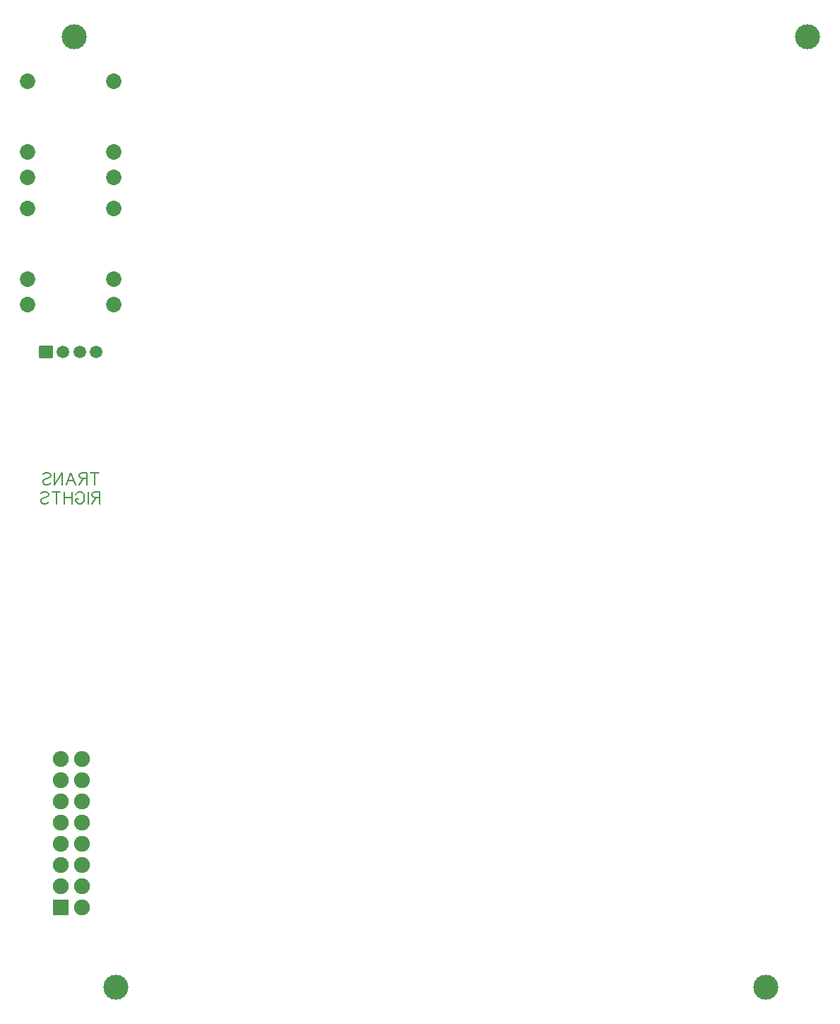
<source format=gbs>
G04 Layer: BottomSolderMaskLayer*
G04 EasyEDA v6.5.23, 2023-06-10 17:59:46*
G04 2a4cce0fd74440f1b02c58f019cbd83e,5a6b42c53f6a479593ecc07194224c93,10*
G04 Gerber Generator version 0.2*
G04 Scale: 100 percent, Rotated: No, Reflected: No *
G04 Dimensions in millimeters *
G04 leading zeros omitted , absolute positions ,4 integer and 5 decimal *
%FSLAX45Y45*%
%MOMM*%

%AMMACRO1*1,1,$1,$2,$3*1,1,$1,$4,$5*1,1,$1,0-$2,0-$3*1,1,$1,0-$4,0-$5*20,1,$1,$2,$3,$4,$5,0*20,1,$1,$4,$5,0-$2,0-$3,0*20,1,$1,0-$2,0-$3,0-$4,0-$5,0*20,1,$1,0-$4,0-$5,$2,$3,0*4,1,4,$2,$3,$4,$5,0-$2,0-$3,0-$4,0-$5,$2,$3,0*%
%ADD10C,0.2032*%
%ADD11C,1.8532*%
%ADD12C,1.5016*%
%ADD13MACRO1,0.1016X-0.762X0.7X0.762X0.7*%
%ADD14MACRO1,0.1016X0.9X-0.9X0.9X0.9*%
%ADD15C,1.9016*%
%ADD16C,3.0000*%

%LPD*%
D10*
X1298473Y6628363D02*
G01*
X1298473Y6485181D01*
X1346200Y6628363D02*
G01*
X1250744Y6628363D01*
X1205745Y6628363D02*
G01*
X1205745Y6485181D01*
X1205745Y6628363D02*
G01*
X1144381Y6628363D01*
X1123927Y6621546D01*
X1117109Y6614726D01*
X1110289Y6601091D01*
X1110289Y6587454D01*
X1117109Y6573817D01*
X1123927Y6566999D01*
X1144381Y6560182D01*
X1205745Y6560182D01*
X1158019Y6560182D02*
G01*
X1110289Y6485181D01*
X1010744Y6628363D02*
G01*
X1065291Y6485181D01*
X1010744Y6628363D02*
G01*
X956200Y6485181D01*
X1044836Y6532907D02*
G01*
X976655Y6532907D01*
X911199Y6628363D02*
G01*
X911199Y6485181D01*
X911199Y6628363D02*
G01*
X815746Y6485181D01*
X815746Y6628363D02*
G01*
X815746Y6485181D01*
X675292Y6607909D02*
G01*
X688926Y6621546D01*
X709381Y6628363D01*
X736653Y6628363D01*
X757107Y6621546D01*
X770745Y6607909D01*
X770745Y6594271D01*
X763927Y6580637D01*
X757107Y6573817D01*
X743473Y6566999D01*
X702563Y6553362D01*
X688926Y6546545D01*
X682109Y6539727D01*
X675292Y6526090D01*
X675292Y6505635D01*
X688926Y6492001D01*
X709381Y6485181D01*
X736653Y6485181D01*
X757107Y6492001D01*
X770745Y6505635D01*
X1358900Y6399763D02*
G01*
X1358900Y6256581D01*
X1358900Y6399763D02*
G01*
X1297536Y6399763D01*
X1277081Y6392946D01*
X1270264Y6386126D01*
X1263444Y6372491D01*
X1263444Y6358854D01*
X1270264Y6345217D01*
X1277081Y6338399D01*
X1297536Y6331582D01*
X1358900Y6331582D01*
X1311173Y6331582D02*
G01*
X1263444Y6256581D01*
X1218445Y6399763D02*
G01*
X1218445Y6256581D01*
X1071173Y6365671D02*
G01*
X1077991Y6379309D01*
X1091628Y6392946D01*
X1105263Y6399763D01*
X1132535Y6399763D01*
X1146172Y6392946D01*
X1159809Y6379309D01*
X1166627Y6365671D01*
X1173444Y6345217D01*
X1173444Y6311127D01*
X1166627Y6290673D01*
X1159809Y6277035D01*
X1146172Y6263401D01*
X1132535Y6256581D01*
X1105263Y6256581D01*
X1091628Y6263401D01*
X1077991Y6277035D01*
X1071173Y6290673D01*
X1071173Y6311127D01*
X1105263Y6311127D02*
G01*
X1071173Y6311127D01*
X1026172Y6399763D02*
G01*
X1026172Y6256581D01*
X930716Y6399763D02*
G01*
X930716Y6256581D01*
X1026172Y6331582D02*
G01*
X930716Y6331582D01*
X837991Y6399763D02*
G01*
X837991Y6256581D01*
X885718Y6399763D02*
G01*
X790262Y6399763D01*
X649808Y6379309D02*
G01*
X663445Y6392946D01*
X683900Y6399763D01*
X711172Y6399763D01*
X731626Y6392946D01*
X745263Y6379309D01*
X745263Y6365671D01*
X738446Y6352037D01*
X731626Y6345217D01*
X717991Y6338399D01*
X677082Y6324762D01*
X663445Y6317945D01*
X656628Y6311127D01*
X649808Y6297490D01*
X649808Y6277035D01*
X663445Y6263401D01*
X683900Y6256581D01*
X711172Y6256581D01*
X731626Y6263401D01*
X745263Y6277035D01*
D11*
G01*
X1524025Y11320399D03*
G01*
X1524025Y10470413D03*
G01*
X1524025Y10170388D03*
G01*
X495325Y11320399D03*
G01*
X495325Y10470413D03*
G01*
X495325Y10170388D03*
G01*
X1524025Y9796399D03*
G01*
X1524025Y8946413D03*
G01*
X1524025Y8646388D03*
G01*
X495325Y9796399D03*
G01*
X495325Y8946413D03*
G01*
X495325Y8646388D03*
D12*
G01*
X1315999Y8077200D03*
G01*
X1115999Y8077200D03*
G01*
X916000Y8077200D03*
D13*
G01*
X716000Y8077200D03*
D14*
G01*
X889000Y1422400D03*
D15*
G01*
X1143000Y1422400D03*
G01*
X889000Y1676400D03*
G01*
X1143000Y1676400D03*
G01*
X889000Y1930400D03*
G01*
X1143000Y1930400D03*
G01*
X889000Y2184400D03*
G01*
X1143000Y2184400D03*
G01*
X889000Y2438400D03*
G01*
X1143000Y2438400D03*
G01*
X889000Y2692400D03*
G01*
X1143000Y2692400D03*
G01*
X889000Y2946400D03*
G01*
X1143000Y2946400D03*
G01*
X889000Y3200400D03*
G01*
X1143000Y3200400D03*
D16*
G01*
X1050797Y11853499D03*
G01*
X9839299Y11853499D03*
G01*
X1550797Y465500D03*
G01*
X9339300Y465500D03*
M02*

</source>
